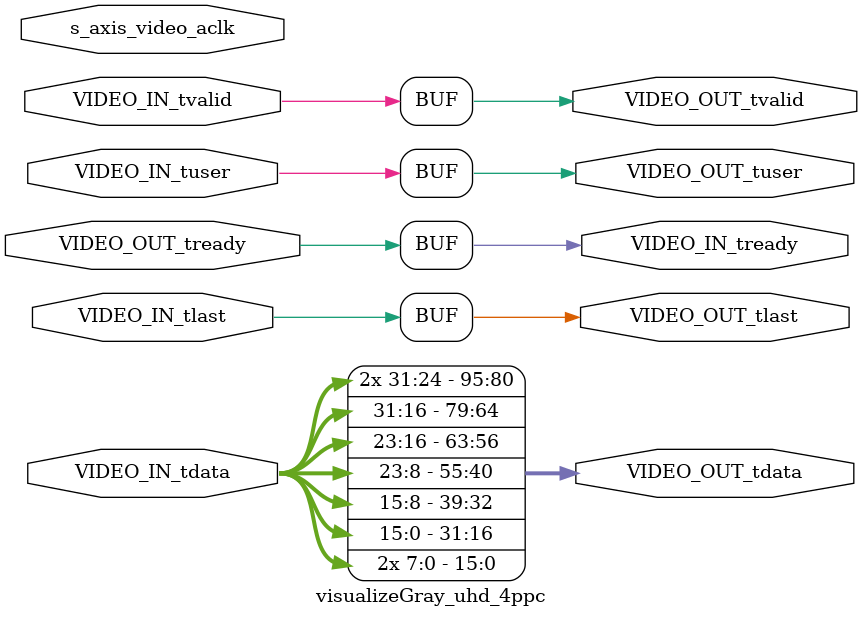
<source format=v>
`timescale 1ns / 1ps


module visualizeGray_uhd_4ppc
   (
    input [31:0]  VIDEO_IN_tdata,
    input 	  VIDEO_IN_tlast,
    output 	  VIDEO_IN_tready,
    input 	  VIDEO_IN_tuser,
    input 	  VIDEO_IN_tvalid,
    input 	  s_axis_video_aclk,
    output [95:0] VIDEO_OUT_tdata,
    output 	  VIDEO_OUT_tlast,
    input 	  VIDEO_OUT_tready,
    output 	  VIDEO_OUT_tuser,
    output 	  VIDEO_OUT_tvalid
    );

   assign VIDEO_OUT_tdata[95-:24] = {VIDEO_IN_tdata[31-:8], VIDEO_IN_tdata[31-:8], VIDEO_IN_tdata[31-:8]};
   assign VIDEO_OUT_tdata[71-:24] = {VIDEO_IN_tdata[23-:8], VIDEO_IN_tdata[23-:8], VIDEO_IN_tdata[23-:8]};
   assign VIDEO_OUT_tdata[47-:24] = {VIDEO_IN_tdata[15-:8], VIDEO_IN_tdata[15-:8], VIDEO_IN_tdata[15-:8]};
   assign VIDEO_OUT_tdata[23-:24] = {VIDEO_IN_tdata[7 -:8], VIDEO_IN_tdata[7 -:8], VIDEO_IN_tdata[7 -:8]};

   assign VIDEO_OUT_tlast = VIDEO_IN_tlast;
   assign VIDEO_IN_tready = VIDEO_OUT_tready;
   assign VIDEO_OUT_tuser = VIDEO_IN_tuser;
   assign VIDEO_OUT_tvalid = VIDEO_IN_tvalid;

endmodule

</source>
